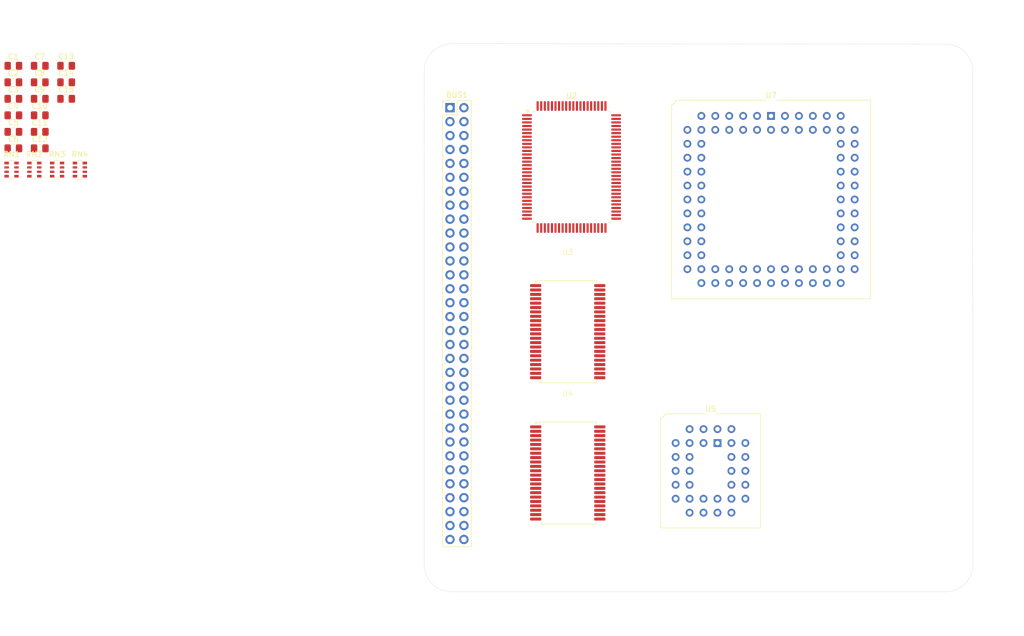
<source format=kicad_pcb>
(kicad_pcb (version 20240108) (generator "pcbnew") (generator_version "8.0")
  (layers (0 "F.Cu" signal) (1 "In1.Cu" power "In1.Cu (GND)") (2 "In2.Cu" power "In2.Cu (+5v)") (31 "B.Cu" signal) (34 "B.Paste" user) (35 "F.Paste" user) (36 "B.SilkS" user "B.Silkscreen") (37 "F.SilkS" user "F.Silkscreen") (38 "B.Mask" user) (39 "F.Mask" user) (44 "Edge.Cuts" user))
  (net 0 "")
  (net 1 "A11")
  (net 2 "A4")
  (net 3 "A10")
  (net 4 "A9")
  (net 5 "A6")
  (net 6 "A0")
  (net 7 "A7")
  (net 8 "A15")
  (net 9 "A5")
  (net 10 "A16")
  (net 11 "A14")
  (net 12 "A13")
  (net 13 "A8")
  (net 14 "A12")
  (net 15 "A18")
  (net 16 "A17")
  (net 17 "A2")
  (net 18 "GND")
  (net 19 "A1")
  (net 20 "A3")
  (net 21 "UD3")
  (net 22 "UD2")
  (net 23 "UD1")
  (net 24 "UD0")
  (net 25 "UD7")
  (net 26 "UD5")
  (net 27 "UD4")
  (net 28 "UD6")
  (net 29 "UD9")
  (net 30 "UD10")
  (net 31 "UD11")
  (net 32 "UD8")
  (net 33 "UD15")
  (net 34 "A20")
  (net 35 "D1")
  (net 36 "A19")
  (net 37 "BR")
  (net 38 "DTACK")
  (net 39 "WR")
  (net 40 "UDS")
  (net 41 "D11")
  (net 42 "BG")
  (net 43 "D14")
  (net 44 "D2")
  (net 45 "LDS")
  (net 46 "D13")
  (net 49 "FC0")
  (net 51 "D12")
  (net 52 "E")
  (net 53 "ROM_RW")
  (net 54 "D10")
  (net 55 "D8")
  (net 56 "A22")
  (net 57 "ODDROMSEL")
  (net 58 "D6")
  (net 59 "D4")
  (net 60 "D9")
  (net 61 "D3")
  (net 62 "RW")
  (net 64 "D7")
  (net 65 "D15")
  (net 66 "A21")
  (net 67 "A23")
  (net 68 "IOSEL")
  (net 69 "D0")
  (net 70 "D5")
  (net 71 "IPL0")
  (net 72 "+5V")
  (net 74 "AVEC")
  (net 77 "TMS")
  (net 78 "TDI")
  (net 79 "IPL2")
  (net 80 "TDO")
  (net 81 "BGACK")
  (net 82 "TCK")
  (net 83 "AS")
  (net 84 "FC2")
  (net 85 "FC1")
  (net 86 "RESET")
  (net 87 "EXPSEL")
  (net 88 "BERR")
  (net 89 "VMA")
  (net 90 "CPUCLK")
  (net 91 "IPL1")
  (net 92 "VPA")
  (net 93 "MFPIEO")
  (net 94 "RMC")
  (net 95 "D31")
  (net 96 "CDIS")
  (net 97 "D17")
  (net 98 "D19")
  (net 99 "D24")
  (net 100 "D22")
  (net 101 "D21")
  (net 102 "D29")
  (net 103 "D30")
  (net 104 "D23")
  (net 105 "HALT")
  (net 106 "D28")
  (net 107 "D20")
  (net 108 "DSACK1")
  (net 109 "D26")
  (net 110 "D16")
  (net 111 "D27")
  (net 112 "SIZ0")
  (net 113 "D18")
  (net 114 "SIZ1")
  (net 115 "D25")
  (net 116 "DS")
  (net 117 "DSACK0")
  (net 118 "LMS")
  (net 119 "LLS")
  (net 120 "RAM0SEL")
  (net 122 "UUS")
  (net 123 "UMS")
  (net 125 "RAM1SEL")
  (net 127 "ROMSEL")
  (net 130 "DUIACK")
  (net 133 "FPUEN")
  (net 135 "CPUSP")
  (net 136 "LGEXP")
  (net 138 "HWRST")
  (net 140 "RUNLED")
  (net 141 "DUASEL")
  (footprint "Resistor_SMD:R_Array_Convex_4x0603" (layer "F.Cu") (at 24.81 72.93)
    (property "Reference" "RN1" (at 0 -2.8 0) (layer "F.SilkS"))
    (property "Value" "10K")
    (pad "1" smd rect (at -0.9 -1.2) (size 0.8 0.5) (layers "F.Cu" "F.Paste" "F.Mask") (net 18 "GND"))
    (pad "2" smd rect (at -0.9 -0.4) (size 0.8 0.4) (layers "F.Cu" "F.Paste" "F.Mask") (net 18 "GND"))
    (pad "3" smd rect (at -0.9 0.4) (size 0.8 0.4) (layers "F.Cu" "F.Paste" "F.Mask") (net 18 "GND"))
    (pad "4" smd rect (at -0.9 1.2) (size 0.8 0.5) (layers "F.Cu" "F.Paste" "F.Mask") (net 18 "GND"))
    (pad "5" smd rect (at 0.9 1.2) (size 0.8 0.5) (layers "F.Cu" "F.Paste" "F.Mask") (net 24 "UD0"))
    (pad "6" smd rect (at 0.9 0.4) (size 0.8 0.4) (layers "F.Cu" "F.Paste" "F.Mask") (net 23 "UD1"))
    (pad "7" smd rect (at 0.9 -0.4) (size 0.8 0.4) (layers "F.Cu" "F.Paste" "F.Mask") (net 22 "UD2"))
    (pad "8" smd rect (at 0.9 -1.2) (size 0.8 0.5) (layers "F.Cu" "F.Paste" "F.Mask") (net 21 "UD3"))
  )
  (footprint "Capacitor_SMD:C_0805_2012Metric_Pad1.18x1.45mm_HandSolder" (layer "F.Cu") (at 34.76 54)
    (property "Reference" "C13" (at 0 -1.68 0) (layer "F.SilkS"))
    (property "Value" "100nF")
    (pad "1" smd roundrect (at -1.0375 0) (size 1.175 1.45) (layers "F.Cu" "F.Paste" "F.Mask") (roundrect_rratio 0.212766) (net 72 "+5V"))
    (pad "2" smd roundrect (at 1.0375 0) (size 1.175 1.45) (layers "F.Cu" "F.Paste" "F.Mask") (roundrect_rratio 0.212766) (net 18 "GND"))
  )
  (footprint "Capacitor_SMD:C_0805_2012Metric_Pad1.18x1.45mm_HandSolder" (layer "F.Cu") (at 29.95 54)
    (property "Reference" "C7" (at 0 -1.68 0) (layer "F.SilkS"))
    (property "Value" "100nF")
    (pad "1" smd roundrect (at -1.0375 0) (size 1.175 1.45) (layers "F.Cu" "F.Paste" "F.Mask") (roundrect_rratio 0.212766) (net 72 "+5V"))
    (pad "2" smd roundrect (at 1.0375 0) (size 1.175 1.45) (layers "F.Cu" "F.Paste" "F.Mask") (roundrect_rratio 0.212766) (net 18 "GND"))
  )
  (footprint "Capacitor_SMD:C_0805_2012Metric_Pad1.18x1.45mm_HandSolder" (layer "F.Cu") (at 25.14 60.02)
    (property "Reference" "C3" (at 0 -1.68 0) (layer "F.SilkS"))
    (property "Value" "100nF")
    (pad "1" smd roundrect (at -1.0375 0) (size 1.175 1.45) (layers "F.Cu" "F.Paste" "F.Mask") (roundrect_rratio 0.212766) (net 72 "+5V"))
    (pad "2" smd roundrect (at 1.0375 0) (size 1.175 1.45) (layers "F.Cu" "F.Paste" "F.Mask") (roundrect_rratio 0.212766) (net 18 "GND"))
  )
  (footprint "Resistor_SMD:R_Array_Convex_4x0603" (layer "F.Cu") (at 37.26 72.93)
    (property "Reference" "RN4" (at 0 -2.8 0) (layer "F.SilkS"))
    (property "Value" "10K")
    (pad "1" smd rect (at -0.9 -1.2) (size 0.8 0.5) (layers "F.Cu" "F.Paste" "F.Mask") (net 18 "GND"))
    (pad "2" smd rect (at -0.9 -0.4) (size 0.8 0.4) (layers "F.Cu" "F.Paste" "F.Mask") (net 18 "GND"))
    (pad "3" smd rect (at -0.9 0.4) (size 0.8 0.4) (layers "F.Cu" "F.Paste" "F.Mask") (net 18 "GND"))
    (pad "4" smd rect (at -0.9 1.2) (size 0.8 0.5) (layers "F.Cu" "F.Paste" "F.Mask") (net 18 "GND"))
    (pad "5" smd rect (at 0.9 1.2) (size 0.8 0.5) (layers "F.Cu" "F.Paste" "F.Mask") (net 94 "RMC"))
    (pad "6" smd rect (at 0.9 0.4) (size 0.8 0.4) (layers "F.Cu" "F.Paste" "F.Mask") (net 74 "AVEC"))
    (pad "7" smd rect (at 0.9 -0.4) (size 0.8 0.4) (layers "F.Cu" "F.Paste" "F.Mask") (net 88 "BERR"))
    (pad "8" smd rect (at 0.9 -1.2) (size 0.8 0.5) (layers "F.Cu" "F.Paste" "F.Mask") (net 33 "UD15"))
  )
  (footprint "Package_QFP:PQFP-100_14x20mm_P0.65mm" (layer "F.Cu") (at 126.85 72.45)
    (property "Reference" "U2" (at 0 -12.95 0) (layer "F.SilkS"))
    (property "Value" "MC68EC020")
    (pad "1" smd roundrect (at -8.125 -9.425) (size 1.75 0.4) (layers "F.Cu" "F.Paste" "F.Mask") (net 37 "BR"))
    (pad "2" smd roundrect (at -8.125 -8.775) (size 1.75 0.4) (layers "F.Cu" "F.Paste" "F.Mask") (net 42 "BG"))
    (pad "3" smd roundrect (at -8.125 -8.125) (size 1.75 0.4) (layers "F.Cu" "F.Paste" "F.Mask") (net 18 "GND"))
    (pad "4" smd roundrect (at -8.125 -7.475) (size 1.75 0.4) (layers "F.Cu" "F.Paste" "F.Mask") (net 18 "GND"))
    (pad "5" smd roundrect (at -8.125 -6.825) (size 1.75 0.4) (layers "F.Cu" "F.Paste" "F.Mask") (net 90 "CPUCLK"))
    (pad "6" smd roundrect (at -8.125 -6.175) (size 1.75 0.4) (layers "F.Cu" "F.Paste" "F.Mask") (net 86 "RESET"))
    (pad "7" smd roundrect (at -8.125 -5.525) (size 1.75 0.4) (layers "F.Cu" "F.Paste" "F.Mask") (net 72 "+5V"))
    (pad "8" smd roundrect (at -8.125 -4.875) (size 1.75 0.4) (layers "F.Cu" "F.Paste" "F.Mask") (net 72 "+5V"))
    (pad "9" smd roundrect (at -8.125 -4.225) (size 1.75 0.4) (layers "F.Cu" "F.Paste" "F.Mask") (net 94 "RMC"))
    (pad "10" smd roundrect (at -8.125 -3.575) (size 1.75 0.4) (layers "F.Cu" "F.Paste" "F.Mask") (net 49 "FC0"))
    (pad "11" smd roundrect (at -8.125 -2.925) (size 1.75 0.4) (layers "F.Cu" "F.Paste" "F.Mask") (net 85 "FC1"))
    (pad "12" smd roundrect (at -8.125 -2.275) (size 1.75 0.4) (layers "F.Cu" "F.Paste" "F.Mask") (net 84 "FC2"))
    (pad "13" smd roundrect (at -8.125 -1.625) (size 1.75 0.4) (layers "F.Cu" "F.Paste" "F.Mask") (net 112 "SIZ0"))
    (pad "14" smd roundrect (at -8.125 -0.975) (size 1.75 0.4) (layers "F.Cu" "F.Paste" "F.Mask") (net 114 "SIZ1"))
    (pad "15" smd roundrect (at -8.125 -0.325) (size 1.75 0.4) (layers "F.Cu" "F.Paste" "F.Mask") (net 96 "CDIS"))
    (pad "16" smd roundrect (at -8.125 0.325) (size 1.75 0.4) (layers "F.Cu" "F.Paste" "F.Mask") (net 74 "AVEC"))
    (pad "17" smd roundrect (at -8.125 0.975) (size 1.75 0.4) (layers "F.Cu" "F.Paste" "F.Mask") (net 117 "DSACK0"))
    (pad "18" smd roundrect (at -8.125 1.625) (size 1.75 0.4) (layers "F.Cu" "F.Paste" "F.Mask") (net 108 "DSACK1"))
    (pad "19" smd roundrect (at -8.125 2.275) (size 1.75 0.4) (layers "F.Cu" "F.Paste" "F.Mask") (net 88 "BERR"))
    (pad "20" smd roundrect (at -8.125 2.925) (size 1.75 0.4) (layers "F.Cu" "F.Paste" "F.Mask") (net 18 "GND"))
    (pad "21" smd roundrect (at -8.125 3.575) (size 1.75 0.4) (layers "F.Cu" "F.Paste" "F.Mask") (net 18 "GND"))
    (pad "22" smd roundrect (at -8.125 4.225) (size 1.75 0.4) (layers "F.Cu" "F.Paste" "F.Mask") (net 105 "HALT"))
    (pad "23" smd roundrect (at -8.125 4.875) (size 1.75 0.4) (layers "F.Cu" "F.Paste" "F.Mask") (net 83 "AS"))
    (pad "24" smd roundrect (at -8.125 5.525) (size 1.75 0.4) (layers "F.Cu" "F.Paste" "F.Mask") (net 116 "DS"))
    (pad "25" smd roundrect (at -8.125 6.175) (size 1.75 0.4) (layers "F.Cu" "F.Paste" "F.Mask") (net 62 "RW"))
    (pad "26" smd roundrect (at -8.125 6.825) (size 1.75 0.4) (layers "F.Cu" "F.Paste" "F.Mask") (net 18 "GND"))
    (pad "27" smd roundrect (at -8.125 7.475) (size 1.75 0.4) (layers "F.Cu" "F.Paste" "F.Mask") (net 95 "D31"))
    (pad "28" smd roundrect (at -8.125 8.125) (size 1.75 0.4) (layers "F.Cu" "F.Paste" "F.Mask") (net 103 "D30"))
    (pad "29" smd roundrect (at -8.125 8.775) (size 1.75 0.4) (layers "F.Cu" "F.Paste" "F.Mask") (net 102 "D29"))
    (pad "30" smd roundrect (at -8.125 9.425) (size 1.75 0.4) (layers "F.Cu" "F.Paste" "F.Mask") (net 106 "D28"))
    (pad "31" smd roundrect (at -6.175 11.125) (size 0.4 1.75) (layers "F.Cu" "F.Paste" "F.Mask") (net 111 "D27"))
    (pad "32" smd roundrect (at -5.525 11.125) (size 0.4 1.75) (layers "F.Cu" "F.Paste" "F.Mask") (net 109 "D26"))
    (pad "33" smd roundrect (at -4.875 11.125) (size 0.4 1.75) (layers "F.Cu" "F.Paste" "F.Mask") (net 115 "D25"))
    (pad "34" smd roundrect (at -4.225 11.125) (size 0.4 1.75) (layers "F.Cu" "F.Paste" "F.Mask") (net 99 "D24"))
    (pad "35" smd roundrect (at -3.575 11.125) (size 0.4 1.75) (layers "F.Cu" "F.Paste" "F.Mask") (net 104 "D23"))
    (pad "36" smd roundrect (at -2.925 11.125) (size 0.4 1.75) (layers "F.Cu" "F.Paste" "F.Mask") (net 100 "D22"))
    (pad "37" smd roundrect (at -2.275 11.125) (size 0.4 1.75) (layers "F.Cu" "F.Paste" "F.Mask") (net 101 "D21"))
    (pad "38" smd roundrect (at -1.625 11.125) (size 0.4 1.75) (layers "F.Cu" "F.Paste" "F.Mask") (net 107 "D20"))
    (pad "39" smd roundrect (at -0.975 11.125) (size 0.4 1.75) (layers "F.Cu" "F.Paste" "F.Mask") (net 98 "D19"))
    (pad "40" smd roundrect (at -0.325 11.125) (size 0.4 1.75) (layers "F.Cu" "F.Paste" "F.Mask") (net 113 "D18"))
    (pad "41" smd roundrect (at 0.325 11.125) (size 0.4 1.75) (layers "F.Cu" "F.Paste" "F.Mask") (net 97 "D17"))
    (pad "42" smd roundrect (at 0.975 11.125) (size 0.4 1.75) (layers "F.Cu" "F.Paste" "F.Mask") (net 110 "D16"))
    (pad "43" smd roundrect (at 1.625 11.125) (size 0.4 1.75) (layers "F.Cu" "F.Paste" "F.Mask") (net 18 "GND"))
    (pad "44" smd roundrect (at 2.275 11.125) (size 0.4 1.75) (layers "F.Cu" "F.Paste" "F.Mask") (net 72 "+5V"))
    (pad "45" smd roundrect (at 2.925 11.125) (size 0.4 1.75) (layers "F.Cu" "F.Paste" "F.Mask") (net 65 "D15"))
    (pad "46" smd roundrect (at 3.575 11.125) (size 0.4 1.75) (layers "F.Cu" "F.Paste" "F.Mask") (net 43 "D14"))
    (pad "47" smd roundrect (at 4.225 11.125) (size 0.4 1.75) (layers "F.Cu" "F.Paste" "F.Mask") (net 46 "D13"))
    (pad "48" smd roundrect (at 4.875 11.125) (size 0.4 1.75) (layers "F.Cu" "F.Paste" "F.Mask") (net 51 "D12"))
    (pad "49" smd roundrect (at 5.525 11.125) (size 0.4 1.75) (layers "F.Cu" "F.Paste" "F.Mask") (net 41 "D11"))
    (pad "50" smd roundrect (at 6.175 11.125) (size 0.4 1.75) (layers "F.Cu" "F.Paste" "F.Mask") (net 54 "D10"))
    (pad "51" smd roundrect (at 8.125 9.425) (size 1.75 0.4) (layers "F.Cu" "F.Paste" "F.Mask") (net 60 "D9"))
    (pad "52" smd roundrect (at 8.125 8.775) (size 1.75 0.4) (layers "F.Cu" "F.Paste" "F.Mask"))
    (pad "53" smd roundrect (at 8.125 8.125) (size 1.75 0.4) (layers "F.Cu" "F.Paste" "F.Mask") (net 55 "D8"))
    (pad "54" smd roundrect (at 8.125 7.475) (size 1.75 0.4) (layers "F.Cu" "F.Paste" "F.Mask") (net 64 "D7"))
    (pad "55" smd roundrect (at 8.125 6.825) (size 1.75 0.4) (layers "F.Cu" "F.Paste" "F.Mask") (net 58 "D6"))
    (pad "56" smd roundrect (at 8.125 6.175) (size 1.75 0.4) (layers "F.Cu" "F.Paste" "F.Mask") (net 70 "D5"))
    (pad "57" smd roundrect (at 8.125 5.525) (size 1.75 0.4) (layers "F.Cu" "F.Paste" "F.Mask") (net 72 "+5V"))
    (pad "58" smd roundrect (at 8.125 4.875) (size 1.75 0.4) (layers "F.Cu" "F.Paste" "F.Mask") (net 18 "GND"))
    (pad "59" smd roundrect (at 8.125 4.225) (size 1.75 0.4) (layers "F.Cu" "F.Paste" "F.Mask") (net 18 "GND"))
    (pad "60" smd roundrect (at 8.125 3.575) (size 1.75 0.4) (layers "F.Cu" "F.Paste" "F.Mask") (net 59 "D4"))
    (pad "61" smd roundrect (at 8.125 2.925) (size 1.75 0.4) (layers "F.Cu" "F.Paste" "F.Mask") (net 61 "D3"))
    (pad "62" smd roundrect (at 8.125 2.275) (size 1.75 0.4) (layers "F.Cu" "F.Paste" "F.Mask") (net 44 "D2"))
    (pad "63" smd roundrect (at 8.125 1.625) (size 1.75 0.4) (layers "F.Cu" "F.Paste" "F.Mask") (net 35 "D1"))
    (pad "64" smd roundrect (at 8.125 0.975) (size 1.75 0.4) (layers "F.Cu" "F.Paste" "F.Mask") (net 69 "D0"))
    (pad "65" smd roundrect (at 8.125 0.325) (size 1.75 0.4) (layers "F.Cu" "F.Paste" "F.Mask") (net 71 "IPL0"))
    (pad "66" smd roundrect (at 8.125 -0.325) (size 1.75 0.4) (layers "F.Cu" "F.Paste" "F.Mask") (net 91 "IPL1"))
    (pad "67" smd roundrect (at 8.125 -0.975) (size 1.75 0.4) (layers "F.Cu" "F.Paste" "F.Mask") (net 79 "IPL2"))
    (pad "68" smd roundrect (at 8.125 -1.625) (size 1.75 0.4) (layers "F.Cu" "F.Paste" "F.Mask") (net 18 "GND"))
    (pad "69" smd roundrect (at 8.125 -2.275) (size 1.75 0.4) (layers "F.Cu" "F.Paste" "F.Mask") (net 18 "GND"))
    (pad "70" smd roundrect (at 8.125 -2.925) (size 1.75 0.4) (layers "F.Cu" "F.Paste" "F.Mask") (net 72 "+5V"))
    (pad "71" smd roundrect (at 8.125 -3.575) (size 1.75 0.4) (layers "F.Cu" "F.Paste" "F.Mask") (net 72 "+5V"))
    (pad "72" smd roundrect (at 8.125 -4.225) (size 1.75 0.4) (layers "F.Cu" "F.Paste" "F.Mask") (net 18 "GND"))
    (pad "73" smd roundrect (at 8.125 -4.875) (size 1.75 0.4) (layers "F.Cu" "F.Paste" "F.Mask") (net 17 "A2"))
    (pad "74" smd roundrect (at 8.125 -5.525) (size 1.75 0.4) (layers "F.Cu" "F.Paste" "F.Mask") (net 20 "A3"))
    (pad "75" smd roundrect (at 8.125 -6.175) (size 1.75 0.4) (layers "F.Cu" "F.Paste" "F.Mask") (net 2 "A4"))
    (pad "76" smd roundrect (at 8.125 -6.825) (size 1.75 0.4) (layers "F.Cu" "F.Paste" "F.Mask") (net 9 "A5"))
    (pad "77" smd roundrect (at 8.125 -7.475) (size 1.75 0.4) (layers "F.Cu" "F.Paste" "F.Mask") (net 5 "A6"))
    (pad "78" smd roundrect (at 8.125 -8.125) (size 1.75 0.4) (layers "F.Cu" "F.Paste" "F.Mask") (net 7 "A7"))
    (pad "79" smd roundrect (at 8.125 -8.775) (size 1.75 0.4) (layers "F.Cu" "F.Paste" "F.Mask"))
    (pad "80" smd roundrect (at 8.125 -9.425) (size 1.75 0.4) (layers "F.Cu" "F.Paste" "F.Mask") (net 13 "A8"))
    (pad "81" smd roundrect (at 6.175 -11.125) (size 0.4 1.75) (layers "F.Cu" "F.Paste" "F.Mask") (net 4 "A9"))
    (pad "82" smd roundrect (at 5.525 -11.125) (size 0.4 1.75) (layers "F.Cu" "F.Paste" "F.Mask") (net 3 "A10"))
    (pad "83" smd roundrect (at 4.875 -11.125) (size 0.4 1.75) (layers "F.Cu" "F.Paste" "F.Mask") (net 1 "A11"))
    (pad "84" smd roundrect (at 4.225 -11.125) (size 0.4 1.75) (layers "F.Cu" "F.Paste" "F.Mask") (net 14 "A12"))
    (pad "85" smd roundrect (at 3.575 -11.125) (size 0.4 1.75) (layers "F.Cu" "F.Paste" "F.Mask") (net 12 "A13"))
    (pad "86" smd roundrect (at 2.925 -11.125) (size 0.4 1.75) (layers "F.Cu" "F.Paste" "F.Mask") (net 11 "A14"))
    (pad "87" smd roundrect (at 2.275 -11.125) (size 0.4 1.75) (layers "F.Cu" "F.Paste" "F.Mask") (net 8 "A15"))
    (pad "88" smd roundrect (at 1.625 -11.125) (size 0.4 1.75) (layers "F.Cu" "F.Paste" "F.Mask") (net 10 "A16"))
    (pad "89" smd roundrect (at 0.975 -11.125) (size 0.4 1.75) (layers "F.Cu" "F.Paste" "F.Mask") (net 18 "GND"))
    (pad "90" smd roundrect (at 0.325 -11.125) (size 0.4 1.75) (layers "F.Cu" "F.Paste" "F.Mask") (net 72 "+5V"))
    (pad "91" smd roundrect (at -0.325 -11.125) (size 0.4 1.75) (layers "F.Cu" "F.Paste" "F.Mask") (net 16 "A17"))
    (pad "92" smd roundrect (at -0.975 -11.125) (size 0.4 1.75) (layers "F.Cu" "F.Paste" "F.Mask") (net 15 "A18"))
    (pad "93" smd roundrect (at -1.625 -11.125) (size 0.4 1.75) (layers "F.Cu" "F.Paste" "F.Mask") (net 36 "A19"))
    (pad "94" smd roundrect (at -2.275 -11.125) (size 0.4 1.75) (layers "F.Cu" "F.Paste" "F.Mask") (net 34 "A20"))
    (pad "95" smd roundrect (at -2.925 -11.125) (size 0.4 1.75) (layers "F.Cu" "F.Paste" "F.Mask") (net 66 "A21"))
    (pad "96" smd roundrect (at -3.575 -11.125) (size 0.4 1.75) (layers "F.Cu" "F.Paste" "F.Mask") (net 56 "A22"))
    (pad "97" smd roundrect (at -4.225 -11.125) (size 0.4 1.75) (layers "F.Cu" "F.Paste" "F.Mask") (net 67 "A23"))
    (pad "98" smd roundrect (at -4.875 -11.125) (size 0.4 1.75) (layers "F.Cu" "F.Paste" "F.Mask") (net 19 "A1"))
    (pad "99" smd roundrect (at -5.525 -11.125) (size 0.4 1.75) (layers "F.Cu" "F.Paste" "F.Mask") (net 6 "A0"))
    (pad "100" smd roundrect (at -6.175 -11.125) (size 0.4 1.75) (layers "F.Cu" "F.Paste" "F.Mask") (net 18 "GND"))
  )
  (footprint "Capacitor_SMD:C_0805_2012Metric_Pad1.18x1.45mm_HandSolder" (layer "F.Cu") (at 25.14 66.04)
    (property "Reference" "C5" (at 0 -1.68 0) (layer "F.SilkS"))
    (property "Value" "100nF")
    (pad "1" smd roundrect (at -1.0375 0) (size 1.175 1.45) (layers "F.Cu" "F.Paste" "F.Mask") (roundrect_rratio 0.212766) (net 72 "+5V"))
    (pad "2" smd roundrect (at 1.0375 0) (size 1.175 1.45) (layers "F.Cu" "F.Paste" "F.Mask") (roundrect_rratio 0.212766) (net 18 "GND"))
  )
  (footprint "Resistor_SMD:R_Array_Convex_4x0603" (layer "F.Cu") (at 28.96 72.93)
    (property "Reference" "RN2" (at 0 -2.8 0) (layer "F.SilkS"))
    (property "Value" "10K")
    (pad "1" smd rect (at -0.9 -1.2) (size 0.8 0.5) (layers "F.Cu" "F.Paste" "F.Mask") (net 18 "GND"))
    (pad "2" smd rect (at -0.9 -0.4) (size 0.8 0.4) (layers "F.Cu" "F.Paste" "F.Mask") (net 18 "GND"))
    (pad "3" smd rect (at -0.9 0.4) (size 0.8 0.4) (layers "F.Cu" "F.Paste" "F.Mask") (net 18 "GND"))
    (pad "4" smd rect (at -0.9 1.2) (size 0.8 0.5) (layers "F.Cu" "F.Paste" "F.Mask") (net 18 "GND"))
    (pad "5" smd rect (at 0.9 1.2) (size 0.8 0.5) (layers "F.Cu" "F.Paste" "F.Mask") (net 27 "UD4"))
    (pad "6" smd rect (at 0.9 0.4) (size 0.8 0.4) (layers "F.Cu" "F.Paste" "F.Mask") (net 26 "UD5"))
    (pad "7" smd rect (at 0.9 -0.4) (size 0.8 0.4) (layers "F.Cu" "F.Paste" "F.Mask") (net 28 "UD6"))
    (pad "8" smd rect (at 0.9 -1.2) (size 0.8 0.5) (layers "F.Cu" "F.Paste" "F.Mask") (net 25 "UD7"))
  )
  (footprint "Capacitor_SMD:C_0805_2012Metric_Pad1.18x1.45mm_HandSolder" (layer "F.Cu") (at 25.14 69.05)
    (property "Reference" "C6" (at 0 -1.68 0) (layer "F.SilkS"))
    (property "Value" "100nF")
    (pad "1" smd roundrect (at -1.0375 0) (size 1.175 1.45) (layers "F.Cu" "F.Paste" "F.Mask") (roundrect_rratio 0.212766) (net 72 "+5V"))
    (pad "2" smd roundrect (at 1.0375 0) (size 1.175 1.45) (layers "F.Cu" "F.Paste" "F.Mask") (roundrect_rratio 0.212766) (net 18 "GND"))
  )
  (footprint "Capacitor_SMD:C_0805_2012Metric_Pad1.18x1.45mm_HandSolder" (layer "F.Cu") (at 29.95 66.04)
    (property "Reference" "C11" (at 0 -1.68 0) (layer "F.SilkS"))
    (property "Value" "100nF")
    (pad "1" smd roundrect (at -1.0375 0) (size 1.175 1.45) (layers "F.Cu" "F.Paste" "F.Mask") (roundrect_rratio 0.212766) (net 72 "+5V"))
    (pad "2" smd roundrect (at 1.0375 0) (size 1.175 1.45) (layers "F.Cu" "F.Paste" "F.Mask") (roundrect_rratio 0.212766) (net 18 "GND"))
  )
  (footprint "Capacitor_SMD:C_0805_2012Metric_Pad1.18x1.45mm_HandSolder" (layer "F.Cu") (at 29.95 69.05)
    (property "Reference" "C12" (at 0 -1.68 0) (layer "F.SilkS"))
    (property "Value" "100nF")
    (pad "1" smd roundrect (at -1.0375 0) (size 1.175 1.45) (layers "F.Cu" "F.Paste" "F.Mask") (roundrect_rratio 0.212766) (net 72 "+5V"))
    (pad "2" smd roundrect (at 1.0375 0) (size 1.175 1.45) (layers "F.Cu" "F.Paste" "F.Mask") (roundrect_rratio 0.212766) (net 18 "GND"))
  )
  (footprint "Capacitor_SMD:C_0805_2012Metric_Pad1.18x1.45mm_HandSolder" (layer "F.Cu") (at 34.76 60.02)
    (property "Reference" "C15" (at 0 -1.68 0) (layer "F.SilkS"))
    (property "Value" "100nF")
    (pad "1" smd roundrect (at -1.0375 0) (size 1.175 1.45) (layers "F.Cu" "F.Paste" "F.Mask") (roundrect_rratio 0.212766) (net 72 "+5V"))
    (pad "2" smd roundrect (at 1.0375 0) (size 1.175 1.45) (layers "F.Cu" "F.Paste" "F.Mask") (roundrect_rratio 0.212766) (net 18 "GND"))
  )
  (footprint "Resistor_SMD:R_Array_Convex_4x0603" (layer "F.Cu") (at 33.11 72.93)
    (property "Reference" "RN3" (at 0 -2.8 0) (layer "F.SilkS"))
    (property "Value" "10K")
    (pad "1" smd rect (at -0.9 -1.2) (size 0.8 0.5) (layers "F.Cu" "F.Paste" "F.Mask") (net 18 "GND"))
    (pad "2" smd rect (at -0.9 -0.4) (size 0.8 0.4) (layers "F.Cu" "F.Paste" "F.Mask") (net 18 "GND"))
    (pad "3" smd rect (at -0.9 0.4) (size 0.8 0.4) (layers "F.Cu" "F.Paste" "F.Mask") (net 18 "GND"))
    (pad "4" smd rect (at -0.9 1.2) (size 0.8 0.5) (layers "F.Cu" "F.Paste" "F.Mask") (net 18 "GND"))
    (pad "5" smd rect (at 0.9 1.2) (size 0.8 0.5) (layers "F.Cu" "F.Paste" "F.Mask") (net 32 "UD8"))
    (pad "6" smd rect (at 0.9 0.4) (size 0.8 0.4) (layers "F.Cu" "F.Paste" "F.Mask") (net 29 "UD9"))
    (pad "7" smd rect (at 0.9 -0.4) (size 0.8 0.4) (layers "F.Cu" "F.Paste" "F.Mask") (net 30 "UD10"))
    (pad "8" smd rect (at 0.9 -1.2) (size 0.8 0.5) (layers "F.Cu" "F.Paste" "F.Mask") (net 31 "UD11"))
  )
  (footprint "Package_LCC:PLCC-32_THT-Socket" (layer "F.Cu") (at 153.44 122.79)
    (property "Reference" "U5" (at -1.27 -6.22 0) (layer "F.SilkS"))
    (property "Value" "AM29F010B")
    (pad "1" thru_hole rect (at 0 0) (size 1.4224 1.4224) (drill 0.8) (layers "*.Cu" "*.Mask"))
    (pad "2" thru_hole circle (at -2.54 -2.54) (size 1.4224 1.4224) (drill 0.8) (layers "*.Cu" "*.Mask") (net 16 "A17"))
    (pad "3" thru_hole circle (at -2.54 0) (size 1.4224 1.4224) (drill 0.8) (layers "*.Cu" "*.Mask") (net 10 "A16"))
    (pad "4" thru_hole circle (at -5.08 -2.54) (size 1.4224 1.4224) (drill 0.8) (layers "*.Cu" "*.Mask") (net 12 "A13"))
    (pad "5" thru_hole circle (at -7.62 0) (size 1.4224 1.4224) (drill 0.8) (layers "*.Cu" "*.Mask") (net 13 "A8"))
    (pad "6" thru_hole circle (at -5.08 0) (size 1.4224 1.4224) (drill 0.8) (layers "*.Cu" "*.Mask") (net 7 "A7"))
    (pad "7" thru_hole circle (at -7.62 2.54) (size 1.4224 1.4224) (drill 0.8) (layers "*.Cu" "*.Mask") (net 5 "A6"))
    (pad "8" thru_hole circle (at -5.08 2.54) (size 1.4224 1.4224) (drill 0.8) (layers "*.Cu" "*.Mask") (net 9 "A5"))
    (pad "9" thru_hole circle (at -7.62 5.08) (size 1.4224 1.4224) (drill 0.8) (layers "*.Cu" "*.Mask") (net 2 "A4"))
    (pad "10" thru_hole circle (at -5.08 5.08) (size 1.4224 1.4224) (drill 0.8) (layers "*.Cu" "*.Mask") (net 20 "A3"))
    (pad "11" thru_hole circle (at -7.62 7.62) (size 1.4224 1.4224) (drill 0.8) (layers "*.Cu" "*.Mask") (net 17 "A2"))
    (pad "12" thru_hole circle (at -5.08 7.62) (size 1.4224 1.4224) (drill 0.8) (layers "*.Cu" "*.Mask") (net 19 "A1"))
    (pad "13" thru_hole circle (at -7.62 10.16) (size 1.4224 1.4224) (drill 0.8) (layers "*.Cu" "*.Mask") (net 99 "D24"))
    (pad "14" thru_hole circle (at -5.08 12.7) (size 1.4224 1.4224) (drill 0.8) (layers "*.Cu" "*.Mask") (net 115 "D25"))
    (pad "15" thru_hole circle (at -5.08 10.16) (size 1.4224 1.4224) (drill 0.8) (layers "*.Cu" "*.Mask") (net 109 "D26"))
    (pad "16" thru_hole circle (at -2.54 12.7) (size 1.4224 1.4224) (drill 0.8) (layers "*.Cu" "*.Mask") (net 18 "GND"))
    (pad "17" thru_hole circle (at -2.54 10.16) (size 1.4224 1.4224) (drill 0.8) (layers "*.Cu" "*.Mask") (net 111 "D27"))
    (pad "18" thru_hole circle (at 0 12.7) (size 1.4224 1.4224) (drill 0.8) (layers "*.Cu" "*.Mask") (net 106 "D28"))
    (pad "19" thru_hole circle (at 0 10.16) (size 1.4224 1.4224) (drill 0.8) (layers "*.Cu" "*.Mask") (net 102 "D29"))
    (pad "20" thru_hole circle (at 2.54 12.7) (size 1.4224 1.4224) (drill 0.8) (layers "*.Cu" "*.Mask") (net 103 "D30"))
    (pad "21" thru_hole circle (at 5.08 10.16) (size 1.4224 1.4224) (drill 0.8) (layers "*.Cu" "*.Mask") (net 95 "D31"))
    (pad "22" thru_hole circle (at 2.54 10.16) (size 1.4224 1.4224) (drill 0.8) (layers "*.Cu" "*.Mask") (net 57 "ODDROMSEL"))
    (pad "23" thru_hole circle (at 5.08 7.62) (size 1.4224 1.4224) (drill 0.8) (layers "*.Cu" "*.Mask") (net 1 "A11"))
    (pad "24" thru_hole circle (at 2.54 7.62) (size 1.4224 1.4224) (drill 0.8) (layers "*.Cu" "*.Mask") (net 39 "WR"))
    (pad "25" thru_hole circle (at 5.08 5.08) (size 1.4224 1.4224) (drill 0.8) (layers "*.Cu" "*.Mask") (net 14 "A12"))
    (pad "26" thru_hole circle (at 2.54 5.08) (size 1.4224 1.4224) (drill 0.8) (layers "*.Cu" "*.Mask") (net 3 "A10"))
    (pad "27" thru_hole circle (at 5.08 2.54) (size 1.4224 1.4224) (drill 0.8) (layers "*.Cu" "*.Mask") (net 4 "A9"))
    (pad "28" thru_hole circle (at 2.54 2.54) (size 1.4224 1.4224) (drill 0.8) (layers "*.Cu" "*.Mask") (net 11 "A14"))
    (pad "29" thru_hole circle (at 5.08 0) (size 1.4224 1.4224) (drill 0.8) (layers "*.Cu" "*.Mask") (net 8 "A15"))
    (pad "30" thru_hole circle (at 2.54 -2.54) (size 1.4224 1.4224) (drill 0.8) (layers "*.Cu" "*.Mask"))
    (pad "31" thru_hole circle (at 2.54 0) (size 1.4224 1.4224) (drill 0.8) (layers "*.Cu" "*.Mask") (net 53 "ROM_RW"))
    (pad "32" thru_hole circle (at 0 -2.54) (size 1.4224 1.4224) (drill 0.8) (layers "*.Cu" "*.Mask") (net 72 "+5V"))
  )
  (footprint "Capacitor_SMD:C_0805_2012Metric_Pad1.18x1.45mm_HandSolder" (layer "F.Cu") (at 25.14 57.01)
    (property "Reference" "C2" (at 0 -1.68 0) (layer "F.SilkS"))
    (property "Value" "100nF")
    (pad "1" smd roundrect (at -1.0375 0) (size 1.175 1.45) (layers "F.Cu" "F.Paste" "F.Mask") (roundrect_rratio 0.212766) (net 72 "+5V"))
    (pad "2" smd roundrect (at 1.0375 0) (size 1.175 1.45) (layers "F.Cu" "F.Paste" "F.Mask") (roundrect_rratio 0.212766) (net 18 "GND"))
  )
  (footprint "Simple-68020:TSOP-II-LongPad" (layer "F.Cu") (at 126.1585 114.25)
    (property "Reference" "U4" (at 0 -0.5 0) (layer "F.SilkS") (effects (font (thickness 0.1))))
    (property "Value" "IS61C25616AS")
    (pad "1" smd roundrect (at -5.8415 5.6) (size 2.033 0.55) (layers "F.Cu" "F.Paste" "F.Mask") (net 16 "A17"))
    (pad "2" smd roundrect (at -5.8415 6.4) (size 2.033 0.55) (layers "F.Cu" "F.Paste" "F.Mask") (net 10 "A16"))
    (pad "3" smd roundrect (at -5.8415 7.2) (size 2.033 0.55) (layers "F.Cu" "F.Paste" "F.Mask") (net 8 "A15"))
    (pad "4" smd roundrect (at -5.8415 8) (size 2.033 0.55) (layers "F.Cu" "F.Paste" "F.Mask") (net 11 "A14"))
    (pad "5" smd roundrect (at -5.8415 8.8) (size 2.033 0.55) (layers "F.Cu" "F.Paste" "F.Mask") (net 12 "A13"))
    (pad "6" smd roundrect (at -5.8415 9.6) (size 2.033 0.55) (layers "F.Cu" "F.Paste" "F.Mask") (net 125 "RAM1SEL"))
    (pad "7" smd roundrect (at -5.8415 10.4) (size 2.033 0.55) (layers "F.Cu" "F.Paste" "F.Mask") (net 110 "D16"))
    (pad "8" smd roundrect (at -5.8415 11.2) (size 2.033 0.55) (layers "F.Cu" "F.Paste" "F.Mask") (net 97 "D17"))
    (pad "9" smd roundrect (at -5.8415 12) (size 2.033 0.55) (layers "F.Cu" "F.Paste" "F.Mask") (net 113 "D18"))
    (pad "10" smd roundrect (at -5.8415 12.8) (size 2.033 0.55) (layers "F.Cu" "F.Paste" "F.Mask") (net 98 "D19"))
    (pad "11" smd roundrect (at -5.8415 13.6) (size 2.033 0.55) (layers "F.Cu" "F.Paste" "F.Mask") (net 72 "+5V"))
    (pad "12" smd roundrect (at -5.8415 14.4) (size 2.033 0.55) (layers "F.Cu" "F.Paste" "F.Mask") (net 18 "GND"))
    (pad "13" smd roundrect (at -5.8415 15.2) (size 2.033 0.55) (layers "F.Cu" "F.Paste" "F.Mask") (net 107 "D20"))
    (pad "14" smd roundrect (at -5.8415 16) (size 2.033 0.55) (layers "F.Cu" "F.Paste" "F.Mask") (net 101 "D21"))
    (pad "15" smd roundrect (at -5.8415 16.8) (size 2.033 0.55) (layers "F.Cu" "F.Paste" "F.Mask") (net 100 "D22"))
    (pad "16" smd roundrect (at -5.8415 17.6) (size 2.033 0.55) (layers "F.Cu" "F.Paste" "F.Mask") (net 104 "D23"))
    (pad "17" smd roundrect (at -5.8415 18.4) (size 2.033 0.55) (layers "F.Cu" "F.Paste" "F.Mask"))
    (pad "18" smd roundrect (at -5.8415 19.2) (size 2.033 0.55) (layers "F.Cu" "F.Paste" "F.Mask") (net 14 "A12"))
    (pad "19" smd roundrect (at -5.8415 20) (size 2.033 0.55) (layers "F.Cu" "F.Paste" "F.Mask") (net 1 "A11"))
    (pad "20" smd roundrect (at -5.8415 20.8) (size 2.033 0.55) (layers "F.Cu" "F.Paste" "F.Mask") (net 3 "A10"))
    (pad "21" smd roundrect (at -5.8415 21.6) (size 2.033 0.55) (layers "F.Cu" "F.Paste" "F.Mask") (net 4 "A9"))
    (pad "22" smd roundrect (at -5.8415 22.4) (size 2.033 0.55) (layers "F.Cu" "F.Paste" "F.Mask") (net 15 "A18"))
    (pad "23" smd roundrect (at 5.8415 22.4) (size 2.033 0.55) (layers "F.Cu" "F.Paste" "F.Mask") (net 36 "A19"))
    (pad "24" smd roundrect (at 5.8415 21.6) (size 2.033 0.55) (layers "F.Cu" "F.Paste" "F.Mask") (net 13 "A8"))
    (pad "25" smd roundrect (at 5.8415 20.8) (size 2.033 0.55) (layers "F.Cu" "F.Paste" "F.Mask") (net 7 "A7"))
    (pad "26" smd roundrect (at 5.8415 20) (size 2.033 0.55) (layers "F.Cu" "F.Paste" "F.Mask") (net 5 "A6"))
    (pad "27" smd roundrect (at 5.8415 19.2) (size 2.033 0.55) (layers "F.Cu" "F.Paste" "F.Mask") (net 9 "A5"))
    (pad "28" smd roundrect (at 5.8415 18.4) (size 2.033 0.55) (layers "F.Cu" "F.Paste" "F.Mask"))
    (pad "29" smd roundrect (at 5.8415 17.6) (size 2.033 0.55) (layers "F.Cu" "F.Paste" "F.Mask") (net 99 "D24"))
    (pad "30" smd roundrect (at 5.8415 16.8) (size 2.033 0.55) (layers "F.Cu" "F.Paste" "F.Mask") (net 115 "D25"))
    (pad "31" smd roundrect (at 5.8415 16) (size 2.033 0.55) (layers "F.Cu" "F.Paste" "F.Mask") (net 109 "D26"))
    (pad "32" smd roundrect (at 5.8415 15.2) (size 2.033 0.55) (layers "F.Cu" "F.Paste" "F.Mask") (net 111 "D27"))
    (pad "33" smd roundrect (at 5.8415 14.4) (size 2.033 0.55) (layers "F.Cu" "F.Paste" "F.Mask") (net 72 "+5V"))
    (pad "34" smd roundrect (at 5.8415 13.6) (size 2.033 0.55) (layers "F.Cu" "F.Paste" "F.Mask") (net 18 "GND"))
    (pad "35" smd roundrect (at 5.8415 12.8) (size 2.033 0.55) (layers "F.Cu" "F.Paste" "F.Mask") (net 106 "D28"))
    (pad "36" smd roundrect (at 5.8415 12) (size 2.033 0.55) (layers "F.Cu" "F.Paste" "F.Mask") (net 102 "D29"))
    (pad "37" smd roundrect (at 5.8415 11.2) (size 2.033 0.55) (layers "F.Cu" "F.Paste" "F.Mask") (net 103 "D30"))
    (pad "38" smd roundrect (at 5.8415 10.4) (size 2.033 0.55) (layers "F.Cu" "F.Paste" "F.Mask") (net 95 "D31"))
    (pad "39" smd roundrect (at 5.8415 9.6) (size 2.033 0.55) (layers "F.Cu" "F.Paste" "F.Mask") (net 123 "UMS"))
    (pad "40" smd roundrect (at 5.8415 8.8) (size 2.033 0.55) (layers "F.Cu" "F.Paste" "F.Mask") (net 122 "UUS"))
    (pad "41" smd roundrect (at 5.8415 8) (size 2.033 0.55) (layers "F.Cu" "F.Paste" "F.Mask"))
    (pad "42" smd roundrect (at 5.8415 7.2) (size 2.033 0.55) (layers "F.Cu" "F.Paste" "F.Mask") (net 2 "A4"))
    (pad "43" smd roundrect (at 5.8415 6.4) (size 2.033 0.55) (layers "F.Cu" "F.Paste" "F.Mask") (net 20 "A3"))
    (pad "44" smd roundrect (at 5.8415 5.6) (size 2.033 0.55) (layers "F.Cu" "F.Paste" "F.Mask") (net 17 "A2"))
  )
  (footprint "Capacitor_SMD:C_0805_2012Metric_Pad1.18x1.45mm_HandSolder" (layer "F.Cu") (at 29.95 63.03)
    (property "Reference" "C10" (at 0 -1.68 0) (layer "F.SilkS"))
    (property "Value" "100nF")
    (pad "1" smd roundrect (at -1.0375 0) (size 1.175 1.45) (layers "F.Cu" "F.Paste" "F.Mask") (roundrect_rratio 0.212766) (net 72 "+5V"))
    (pad "2" smd roundrect (at 1.0375 0) (size 1.175 1.45) (layers "F.Cu" "F.Paste" "F.Mask") (roundrect_rratio 0.212766) (net 18 "GND"))
  )
  (footprint "Capacitor_SMD:C_0805_2012Metric_Pad1.18x1.45mm_HandSolder" (layer "F.Cu") (at 29.95 57.01)
    (property "Reference" "C8" (at 0 -1.68 0) (layer "F.SilkS"))
    (property "Value" "100nF")
    (pad "1" smd roundrect (at -1.0375 0) (size 1.175 1.45) (layers "F.Cu" "F.Paste" "F.Mask") (roundrect_rratio 0.212766) (net 72 "+5V"))
    (pad "2" smd roundrect (at 1.0375 0) (size 1.175 1.45) (layers "F.Cu" "F.Paste" "F.Mask") (roundrect_rratio 0.212766) (net 18 "GND"))
  )
  (footprint "Capacitor_SMD:C_0805_2012Metric_Pad1.18x1.45mm_HandSolder" (layer "F.Cu") (at 29.95 60.02)
    (property "Reference" "C9" (at 0 -1.68 0) (layer "F.SilkS"))
    (property "Value" "100nF")
    (pad "1" smd roundrect (at -1.0375 0) (size 1.175 1.45) (layers "F.Cu" "F.Paste" "F.Mask") (roundrect_rratio 0.212766) (net 72 "+5V"))
    (pad "2" smd roundrect (at 1.0375 0) (size 1.175 1.45) (layers "F.Cu" "F.Paste" "F.Mask") (roundrect_rratio 0.212766) (net 18 "GND"))
  )
  (footprint "Capacitor_SMD:C_0805_2012Metric_Pad1.18x1.45mm_HandSolder" (layer "F.Cu") (at 34.76 57.01)
    (property "Reference" "C14" (at 0 -1.68 0) (layer "F.SilkS"))
    (property "Value" "100nF")
    (pad "1" smd roundrect (at -1.0375 0) (size 1.175 1.45) (layers "F.Cu" "F.Paste" "F.Mask") (roundrect_rratio 0.212766) (net 72 "+5V"))
    (pad "2" smd roundrect (at 1.0375 0) (size 1.175 1.45) (layers "F.Cu" "F.Paste" "F.Mask") (roundrect_rratio 0.212766) (net 18 "GND"))
  )
  (footprint "Package_LCC:PLCC-84_THT-Socket" (layer "F.Cu") (at 163.2 63.14)
    (property "Reference" "U7" (at 0 -3.77 0) (layer "F.SilkS"))
    (property "Value" "ATF1508AS")
    (pad "1" thru_hole rect (at 0 0) (size 1.4224 1.4224) (drill 0.8) (layers "*.Cu" "*.Mask"))
    (pad "2" thru_hole circle (at 0 2.54) (size 1.4224 1.4224) (drill 0.8) (layers "*.Cu" "*.Mask"))
    (pad "3" thru_hole circle (at -2.54 0) (size 1.4224 1.4224) (drill 0.8) (layers "*.Cu" "*.Mask") (net 72 "+5V"))
    (pad "4" thru_hole circle (at -2.54 2.54) (size 1.4224 1.4224) (drill 0.8) (layers "*.Cu" "*.Mask") (net 67 "A23"))
    (pad "5" thru_hole circle (at -5.08 0) (size 1.4224 1.4224) (drill 0.8) (layers "*.Cu" "*.Mask") (net 56 "A22"))
    (pad "6" thru_hole circle (at -5.08 2.54) (size 1.4224 1.4224) (drill 0.8) (layers "*.Cu" "*.Mask") (net 66 "A21"))
    (pad "7" thru_hole circle (at -7.62 0) (size 1.4224 1.4224) (drill 0.8) (layers "*.Cu" "*.Mask") (net 18 "GND"))
    (pad "8" thru_hole circle (at -7.62 2.54) (size 1.4224 1.4224) (drill 0.8) (layers "*.Cu" "*.Mask") (net 34 "A20"))
    (pad "9" thru_hole circle (at -10.16 0) (size 1.4224 1.4224) (drill 0.8) (layers "*.Cu" "*.Mask") (net 36 "A19"))
    (pad "10" thru_hole circle (at -10.16 2.54) (size 1.4224 1.4224) (drill 0.8) (layers "*.Cu" "*.Mask") (net 15 "A18"))
    (pad "11" thru_hole circle (at -12.7 0) (size 1.4224 1.4224) (drill 0.8) (layers "*.Cu" "*.Mask") (net 16 "A17"))
    (pad "12" thru_hole circle (at -15.24 2.54) (size 1.4224 1.4224) (drill 0.8) (layers "*.Cu" "*.Mask"))
    (pad "13" thru_hole circle (at -12.7 2.54) (size 1.4224 1.4224) (drill 0.8) (layers "*.Cu" "*.Mask") (net 72 "+5V"))
    (pad "14" thru_hole circle (at -15.24 5.08) (size 1.4224 1.4224) (drill 0.8) (layers "*.Cu" "*.Mask") (net 78 "TDI"))
    (pad "15" thru_hole circle (at -12.7 5.08) (size 1.4224 1.4224) (drill 0.8) (layers "*.Cu" "*.Mask") (net 10 "A16"))
    (pad "16" thru_hole circle (at -15.24 7.62) (size 1.4224 1.4224) (drill 0.8) (layers "*.Cu" "*.Mask") (net 8 "A15"))
    (pad "17" thru_hole circle (at -12.7 7.62) (size 1.4224 1.4224) (drill 0.8) (layers "*.Cu" "*.Mask") (net 11 "A14"))
    (pad "18" thru_hole circle (at -15.24 10.16) (size 1.4224 1.4224) (drill 0.8) (layers "*.Cu" "*.Mask") (net 12 "A13"))
    (pad "19" thru_hole circle (at -12.7 10.16) (size 1.4224 1.4224) (drill 0.8) (layers "*.Cu" "*.Mask") (net 18 "GND"))
    (pad "20" thru_hole circle (at -15.24 12.7) (size 1.4224 1.4224) (drill 0.8) (layers "*.Cu" "*.Mask") (net 14 "A12"))
    (pad "21" thru_hole circle (at -12.7 12.7) (size 1.4224 1.4224) (drill 0.8) (layers "*.Cu" "*.Mask") (net 1 "A11"))
    (pad "22" thru_hole circle (at -15.24 15.24) (size 1.4224 1.4224) (drill 0.8) (layers "*.Cu" "*.Mask") (net 3 "A10"))
    (pad "23" thru_hole circle (at -12.7 15.24) (size 1.4224 1.4224) (drill 0.8) (layers "*.Cu" "*.Mask") (net 77 "TMS"))
    (pad "24" thru_hole circle (at -15.24 17.78) (size 1.4224 1.4224) (drill 0.8) (layers "*.Cu" "*.Mask") (net 4 "A9"))
    (pad "25" thru_hole circle (at -12.7 17.78) (size 1.4224 1.4224) (drill 0.8) (layers "*.Cu" "*.Mask") (net 13 "A8"))
    (pad "26" thru_hole circle (at -15.24 20.32) (size 1.4224 1.4224) (drill 0.8) (layers "*.Cu" "*.Mask") (net 72 "+5V"))
    (pad "27" thru_hole circle (at -12.7 20.32) (size 1.4224 1.4224) (drill 0.8) (layers "*.Cu" "*.Mask") (net 7 "A7"))
    (pad "28" thru_hole circle (at -15.24 22.86) (size 1.4224 1.4224) (drill 0.8) (layers "*.Cu" "*.Mask") (net 5 "A6"))
    (pad "29" thru_hole circle (at -12.7 22.86) (size 1.4224 1.4224) (drill 0.8) (layers "*.Cu" "*.Mask") (net 9 "A5"))
    (pad "30" thru_hole circle (at -15.24 25.4) (size 1.4224 1.4224) (drill 0.8) (layers "*.Cu" "*.Mask") (net 2 "A4"))
    (pad "31" thru_hole circle (at -12.7 25.4) (size 1.4224 1.4224) (drill 0.8) (layers "*.Cu" "*.Mask") (net 20 "A3"))
    (pad "32" thru_hole circle (at -15.24 27.94) (size 1.4224 1.4224) (drill 0.8) (layers "*.Cu" "*.Mask") (net 18 "GND"))
    (pad "33" thru_hole circle (at -12.7 30.48) (size 1.4224 1.4224) (drill 0.8) (layers "*.Cu" "*.Mask") (net 17 "A2"))
    (pad "34" thru_hole circle (at -12.7 27.94) (size 1.4224 1.4224) (drill 0.8) (layers "*.Cu" "*.Mask") (net 19 "A1"))
    (pad "35" thru_hole circle (at -10.16 30.48) (size 1.4224 1.4224) (drill 0.8) (layers "*.Cu" "*.Mask") (net 6 "A0"))
    (pad "36" thru_hole circle (at -10.16 27.94) (size 1.4224 1.4224) (drill 0.8) (layers "*.Cu" "*.Mask") (net 49 "FC0"))
    (pad "37" thru_hole circle (at -7.62 30.48) (size 1.4224 1.4224) (drill 0.8) (layers "*.Cu" "*.Mask") (net 85 "FC1"))
    (pad "38" thru_hole circle (at -7.62 27.94) (size 1.4224 1.4224) (drill 0.8) (layers "*.Cu" "*.Mask") (net 72 "+5V"))
    (pad "39" thru_hole circle (at -5.08 30.48) (size 1.4224 1.4224) (drill 0.8) (layers "*.Cu" "*.Mask") (net 84 "FC2"))
    (pad "40" thru_hole circle (at -5.08 27.94) (size 1.4224 1.4224) (drill 0.8) (layers "*.Cu" "*.Mask") (net 112 "SIZ0"))
    (pad "41" thru_hole circle (at -2.54 30.48) (size 1.4224 1.4224) (drill 0.8) (layers "*.Cu" "*.Mask") (net 114 "SIZ1"))
    (pad "42" thru_hole circle (at -2.54 27.94) (size 1.4224 1.4224) (drill 0.8) (layers "*.Cu" "*.Mask") (net 18 "GND"))
    (pad "43" thru_hole circle (at 0 30.48) (size 1.4224 1.4224) (drill 0.8) (layers "*.Cu" "*.Mask") (net 72 "+5V"))
    (pad "44" thru_hole circle (at 0 27.94) (size 1.4224 1.4224) (drill 0.8) (layers "*.Cu" "*.Mask") (net 62 "RW"))
    (pad "45" thru_hole circle (at 2.54 30.48) (size 1.4224 1.4224) (drill 0.8) (layers "*.Cu" "*.Mask"))
    (pad "46" thru_hole circle (at 2.54 27.94) (size 1.4224 1.4224) (drill 0.8) (layers "*.Cu" "*.Mask") (net 39 "WR"))
    (pad "47" thru_hole circle (at 5.08 30.48) (size 1.4224 1.4224) (drill 0.8) (layers "*.Cu" "*.Mask") (net 18 "GND"))
    (pad "48" thru_hole circle (at 5.08 27.94) (size 1.4224 1.4224) (drill 0.8) (layers "*.Cu" "*.Mask") (net 122 "UUS"))
    (pad "49" thru_hole circle (at 7.62 30.48) (size 1.4224 1.4224) (drill 0.8) (layers "*.Cu" "*.Mask") (net 123 "UMS"))
    (pad "50" thru_hole circle (at 7.62 27.94) (size 1.4224 1.4224) (drill 0.8) (layers "*.Cu" "*.Mask") (net 118 "LMS"))
    (pad "51" thru_hole circle (at 10.16 30.48) (size 1.4224 1.4224) (drill 0.8) (layers "*.Cu" "*.Mask") (net 119 "LLS"))
    (pad "52" thru_hole circle (at 10.16 27.94) (size 1.4224 1.4224) (drill 0.8) (layers "*.Cu" "*.Mask") (net 120 "RAM0SEL"))
    (pad "53" thru_hole circle (at 12.7 30.48) (size 1.4224 1.4224) (drill 0.8) (layers "*.Cu" "*.Mask") (net 72 "+5V"))
    (pad "54" thru_hole circle (at 15.24 27.94) (size 1.4224 1.4224) (drill 0.8) (layers "*.Cu" "*.Mask") (net 125 "RAM1SEL"))
    (pad "55" thru_hole circle (at 12.7 27.94) (size 1.4224 1.4224) (drill 0.8) (layers "*.Cu" "*.Mask") (net 127 "ROMSEL"))
    (pad "56" thru_hole circle (at 15.24 25.4) (size 1.4224 1.4224) (drill 0.8) (layers "*.Cu" "*.Mask") (net 83 "AS"))
    (pad "57" thru_hole circle (at 12.7 25.4) (size 1.4224 1.4224) (drill 0.8) (layers "*.Cu" "*.Mask") (net 116 "DS"))
    (pad "58" thru_hole circle (at 15.24 22.86) (size 1.4224 1.4224) (drill 0.8) (layers "*.Cu" "*.Mask") (net 117 "DSACK0"))
    (pad "59" thru_hole circle (at 12.7 22.86) (size 1.4224 1.4224) (drill 0.8) (layers "*.Cu" "*.Mask") (net 18 "GND"))
    (pad "60" thru_hole circle (at 15.24 20.32) (size 1.4224 1.4224) (drill 0.8) (layers "*.Cu" "*.Mask") (net 108 "DSACK1"))
    (pad "61" thru_hole circle (at 12.7 20.32) (size 1.4224 1.4224) (drill 0.8) (layers "*.Cu" "*.Mask") (net 38 "DTACK"))
    (pad "62" thru_hole circle (at 15.24 17.78) (size 1.4224 1.4224) (drill 0.8) (layers "*.Cu" "*.Mask") (net 82 "TCK"))
    (pad "63" thru_hole circle (at 12.7 17.78) (size 1.4224 1.4224) (drill 0.8) (layers "*.Cu" "*.Mask") (net 68 "IOSEL"))
    (pad "64" thru_hole circle (at 15.24 15.24) (size 1.4224 1.4224) (drill 0.8) (layers "*.Cu" "*.Mask") (net 87 "EXPSEL"))
    (pad "65" thru_hole circle (at 12.7 15.24) (size 1.4224 1.4224) (drill 0.8) (layers "*.Cu" "*.Mask") (net 141 "DUASEL"))
    (pad "66" thru_hole circle (at 15.24 12.7) (size 1.4224 1.4224) (drill 0.8) (layers "*.Cu" "*.Mask") (net 72 "+5V"))
    (pad "67" thru_hole circle (at 12.7 12.7) (size 1.4224 1.4224) (drill 0.8) (layers "*.Cu" "*.Mask") (net 130 "DUIACK"))
    (pad "68" thru_hole circle (at 15.24 10.16) (size 1.4224 1.4224) (drill 0.8) (layers "*.Cu" "*.Mask") (net 135 "CPUSP"))
    (pad "69" thru_hole circle (at 12.7 10.16) (size 1.4224 1.4224) (drill 0.8) (layers "*.Cu" "*.Mask") (net 88 "BERR"))
    (pad "70" thru_hole circle (at 15.24 7.62) (size 1.4224 1.4224) (drill 0.8) (layers "*.Cu" "*.Mask") (net 138 "HWRST"))
    (pad "71" thru_hole circle (at 12.7 7.62) (size 1.4224 1.4224) (drill 0.8) (layers "*.Cu" "*.Mask") (net 80 "TDO"))
    (pad "72" thru_hole circle (at 15.24 5.08) (size 1.4224 1.4224) (drill 0.8) (layers "*.Cu" "*.Mask") (net 18 "GND"))
    (pad "73" thru_hole circle (at 12.7 5.08) (size 1.4224 1.4224) (drill 0.8) (layers "*.Cu" "*.Mask") (net 105 "HALT"))
    (pad "74" thru_hole circle (at 15.24 2.54) (size 1.4224 1.4224) (drill 0.8) (layers "*.Cu" "*.Mask") (net 86 "RESET"))
    (pad "75" thru_hole circle (at 12.7 0) (size 1.4224 1.4224) (drill 0.8) (layers "*.Cu" "*.Mask") (net 140 "RUNLED"))
    (pad "76" thru_hole circle (at 12.7 2.54) (size 1.4224 1.4224) (drill 0.8) (layers "*.Cu" "*.Mask") (net 136 "LGEXP"))
    (pad "77" thru_hole circle (at 10.16 0) (size 1.4224 1.4224) (drill 0.8) (layers "*.Cu" "*.Mask") (net 52 "E"))
    (pad "78" thru_hole circle (at 10.16 2.54) (size 1.4224 1.4224) (drill 0.8) (layers "*.Cu" "*.Mask") (net 72 "+5V"))
    (pad "79" thru_hole circle (at 7.62 0) (size 1.4224 1.4224) (drill 0.8) (layers "*.Cu" "*.Mask") (net 133 "FPUEN"))
    (pad "80" thru_hole circle (at 7.62 2.54) (size 1.4224 1.4224) (drill 0.8) (layers "*.Cu" "*.Mask"))
    (pad "81" thru_hole circle (at 5.08 0) (size 1.4224 1.4224) (drill 0.8) (layers "*.Cu" "*.Mask"))
    (pad "82" thru_hole circle (at 5.08 2.54) (size 1.4224 1.4224) (drill 0.8) (layers "*.Cu" "*.Mask") (net 18 "GND"))
    (pad "83" thru_hole circle (at 2.54 0) (size 1.4224 1.4224) (drill 0.8) (layers "*.Cu" "*.Mask") (net 90 "CPUCLK"))
    (pad "84" thru_hole circle (at 2.54 2.54) (size 1.4224 1.4224) (drill 0.8) (layers "*.Cu" "*.Mask"))
  )
  (footprint "Capacitor_SMD:C_0805_2012Metric_Pad1.18x1.45mm_HandSolder" (layer "F.Cu") (at 25.14 54)
    (property "Reference" "C1" (at 0 -1.68 0) (layer "F.SilkS"))
    (property "Value" "100nF")
    (pad "1" smd roundrect (at -1.0375 0) (size 1.175 1.45) (layers "F.Cu" "F.Paste" "F.Mask") (roundrect_rratio 0.212766) (net 72 "+5V"))
    (pad "2" smd roundrect (at 1.0375 0) (size 1.175 1.45) (layers "F.Cu" "F.Paste" "F.Mask") (roundrect_rratio 0.212766) (net 18 "GND"))
  )
  (footprint "Connector_PinHeader_2.54mm:PinHeader_2x32_P2.54mm_Vertical" (layer "F.Cu") (at 104.7 61.64)
    (property "Reference" "BUS1" (at 1.27 -2.33 0) (layer "F.SilkS"))
    (property "Value" "Conn_02x32_Odd_Even")
    (pad "1" thru_hole rect (at 0 0) (size 1.7 1.7) (drill 1) (layers "*.Cu" "*.Mask") (net 19 "A1"))
    (pad "2" thru_hole oval (at 2.54 0) (size 1.7 1.7) (drill 1) (layers "*.Cu" "*.Mask") (net 72 "+5V"))
    (pad "3" thru_hole oval (at 0 2.54) (size 1.7 1.7) (drill 1) (layers "*.Cu" "*.Mask") (net 17 "A2"))
    (pad "4" thru_hole oval (at 2.54 2.54) (size 1.7 1.7) (drill 1) (layers "*.Cu" "*.Mask") (net 90 "CPUCLK"))
    (pad "5" thru_hole oval (at 0 5.08) (size 1.7 1.7) (drill 1) (layers "*.Cu" "*.Mask") (net 20 "A3"))
    (pad "6" thru_hole oval (at 2.54 5.08) (size 1.7 1.7) (drill 1) (layers "*.Cu" "*.Mask") (net 18 "GND"))
    (pad "7" thru_hole oval (at 0 7.62) (size 1.7 1.7) (drill 1) (layers "*.Cu" "*.Mask") (net 2 "A4"))
    (pad "8" thru_hole oval (at 2.54 7.62) (size 1.7 1.7) (drill 1) (layers "*.Cu" "*.Mask") (net 92 "VPA"))
    (pad "9" thru_hole oval (at 0 10.16) (size 1.7 1.7) (drill 1) (layers "*.Cu" "*.Mask") (net 9 "A5"))
    (pad "10" thru_hole oval (at 2.54 10.16) (size 1.7 1.7) (drill 1) (layers "*.Cu" "*.Mask") (net 52 "E"))
    (pad "11" thru_hole oval (at 0 12.7) (size 1.7 1.7) (drill 1) (layers "*.Cu" "*.Mask") (net 5 "A6"))
    (pad "12" thru_hole oval (at 2.54 12.7) (size 1.7 1.7) (drill 1) (layers "*.Cu" "*.Mask") (net 89 "VMA"))
    (pad "13" thru_hole oval (at 0 15.24) (size 1.7 1.7) (drill 1) (layers "*.Cu" "*.Mask") (net 7 "A7"))
    (pad "14" thru_hole oval (at 2.54 15.24) (size 1.7 1.7) (drill 1) (layers "*.Cu" "*.Mask") (net 93 "MFPIEO"))
    (pad "15" thru_hole oval (at 0 17.78) (size 1.7 1.7) (drill 1) (layers "*.Cu" "*.Mask") (net 13 "A8"))
    (pad "16" thru_hole oval (at 2.54 17.78) (size 1.7 1.7) (drill 1) (layers "*.Cu" "*.Mask") (net 68 "IOSEL"))
    (pad "17" thru_hole oval (at 0 20.32) (size 1.7 1.7) (drill 1) (layers "*.Cu" "*.Mask") (net 4 "A9"))
    (pad "18" thru_hole oval (at 2.54 20.32) (size 1.7 1.7) (drill 1) (layers "*.Cu" "*.Mask") (net 87 "EXPSEL"))
    (pad "19" thru_hole oval (at 0 22.86) (size 1.7 1.7) (drill 1) (layers "*.Cu" "*.Mask") (net 3 "A10"))
    (pad "20" thru_hole oval (at 2.54 22.86) (size 1.7 1.7) (drill 1) (layers "*.Cu" "*.Mask") (net 49 "FC0"))
    (pad "21" thru_hole oval (at 0 25.4) (size 1.7 1.7) (drill 1) (layers "*.Cu" "*.Mask") (net 1 "A11"))
    (pad "22" thru_hole oval (at 2.54 25.4) (size 1.7 1.7) (drill 1) (layers "*.Cu" "*.Mask") (net 85 "FC1"))
    (pad "23" thru_hole oval (at 0 27.94) (size 1.7 1.7) (drill 1) (layers "*.Cu" "*.Mask") (net 14 "A12"))
    (pad "24" thru_hole oval (at 2.54 27.94) (size 1.7 1.7) (drill 1) (layers "*.Cu" "*.Mask") (net 84 "FC2"))
    (pad "25" thru_hole oval (at 0 30.48) (size 1.7 1.7) (drill 1) (layers "*.Cu" "*.Mask") (net 12 "A13"))
    (pad "26" thru_hole oval (at 2.54 30.48) (size 1.7 1.7) (drill 1) (layers "*.Cu" "*.Mask") (net 71 "IPL0"))
    (pad "27" thru_hole oval (at 0 33.02) (size 1.7 1.7) (drill 1) (layers "*.Cu" "*.Mask") (net 11 "A14"))
    (pad "28" thru_hole oval (at 2.54 33.02) (size 1.7 1.7) (drill 1) (layers "*.Cu" "*.Mask") (net 91 "IPL1"))
    (pad "29" thru_hole oval (at 0 35.56) (size 1.7 1.7) (drill 1) (layers "*.Cu" "*.Mask") (net 8 "A15"))
    (pad "30" thru_hole oval (at 2.54 35.56) (size 1.7 1.7) (drill 1) (layers "*.Cu" "*.Mask") (net 79 "IPL2"))
    (pad "31" thru_hole oval (at 0 38.1) (size 1.7 1.7) (drill 1) (layers "*.Cu" "*.Mask") (net 10 "A16"))
    (pad "32" thru_hole oval (at 2.54 38.1) (size 1.7 1.7) (drill 1) (layers "*.Cu" "*.Mask") (net 45 "LDS"))
    (pad "33" thru_hole oval (at 0 40.64) (size 1.7 1.7) (drill 1) (layers "*.Cu" "*.Mask") (net 16 "A17"))
    (pad "34" thru_hole oval (at 2.54 40.64) (size 1.7 1.7) (drill 1) (layers "*.Cu" "*.Mask") (net 40 "UDS"))
    (pad "35" thru_hole oval (at 0 43.18) (size 1.7 1.7) (drill 1) (layers "*.Cu" "*.Mask") (net 15 "A18"))
    (pad "36" thru_hole oval (at 2.54 43.18) (size 1.7 1.7) (drill 1) (layers "*.Cu" "*.Mask") (net 86 "RESET"))
    (pad "37" thru_hole oval (at 0 45.72) (size 1.7 1.7) (drill 1) (layers "*.Cu" "*.Mask") (net 36 "A19"))
    (pad "38" thru_hole oval (at 2.54 45.72) (size 1.7 1.7) (drill 1) (layers "*.Cu" "*.Mask") (net 65 "D15"))
    (pad "39" thru_hole oval (at 0 48.26) (size 1.7 1.7) (drill 1) (layers "*.Cu" "*.Mask") (net 34 "A20"))
    (pad "40" thru_hole oval (at 2.54 48.26) (size 1.7 1.7) (drill 1) (layers "*.Cu" "*.Mask") (net 43 "D14"))
    (pad "41" thru_hole oval (at 0 50.8) (size 1.7 1.7) (drill 1) (layers "*.Cu" "*.Mask") (net 66 "A21"))
    (pad "42" thru_hole oval (at 2.54 50.8) (size 1.7 1.7) (drill 1) (layers "*.Cu" "*.Mask") (net 46 "D13"))
    (pad "43" thru_hole oval (at 0 53.34) (size 1.7 1.7) (drill 1) (layers "*.Cu" "*.Mask") (net 56 "A22"))
    (pad "44" thru_hole oval (at 2.54 53.34) (size 1.7 1.7) (drill 1) (layers "*.Cu" "*.Mask") (net 51 "D12"))
    (pad "45" thru_hole oval (at 0 55.88) (size 1.7 1.7) (drill 1) (layers "*.Cu" "*.Mask") (net 67 "A23"))
    (pad "46" thru_hole oval (at 2.54 55.88) (size 1.7 1.7) (drill 1) (layers "*.Cu" "*.Mask") (net 41 "D11"))
    (pad "47" thru_hole oval (at 0 58.42) (size 1.7 1.7) (drill 1) (layers "*.Cu" "*.Mask") (net 83 "AS"))
    (pad "48" thru_hole oval (at 2.54 58.42) (size 1.7 1.7) (drill 1) (layers "*.Cu" "*.Mask") (net 54 "D10"))
    (pad "49" thru_hole oval (at 0 60.96) (size 1.7 1.7) (drill 1) (layers "*.Cu" "*.Mask") (net 88 "BERR"))
    (pad "50" thru_hole oval (at 2.54 60.96) (size 1.7 1.7) (drill 1) (layers "*.Cu" "*.Mask") (net 60 "D9"))
    (pad "51" thru_hole oval (at 0 63.5) (size 1.7 1.7) (drill 1) (layers "*.Cu" "*.Mask") (net 42 "BG"))
    (pad "52" thru_hole oval (at 2.54 63.5) (size 1.7 1.7) (drill 1) (layers "*.Cu" "*.Mask") (net 55 "D8"))
    (pad "53" thru_hole oval (at 0 66.04) (size 1.7 1.7) (drill 1) (layers "*.Cu" "*.Mask") (net 81 "BGACK"))
    (pad "54" thru_hole oval (at 2.54 66.04) (size 1.7 1.7) (drill 1) (layers "*.Cu" "*.Mask") (net 64 "D7"))
    (pad "55" thru_hole oval (at 0 68.58) (size 1.7 1.7) (drill 1) (layers "*.Cu" "*.Mask") (net 37 "BR"))
    (pad "56" thru_hole oval (at 2.54 68.58) (size 1.7 1.7) (drill 1) (layers "*.Cu" "*.Mask") (net 58 "D6"))
    (pad "57" thru_hole oval (at 0 71.12) (size 1.7 1.7) (drill 1) (layers "*.Cu" "*.Mask") (net 38 "DTACK"))
    (pad "58" thru_hole oval (at 2.54 71.12) (size 1.7 1.7) (drill 1) (layers "*.Cu" "*.Mask") (net 70 "D5"))
    (pad "59" thru_hole oval (at 0 73.66) (size 1.7 1.7) (drill 1) (layers "*.Cu" "*.Mask") (net 62 "RW"))
    (pad "60" thru_hole oval (at 2.54 73.66) (size 1.7 1.7) (drill 1) (layers "*.Cu" "*.Mask") (net 59 "D4"))
    (pad "61" thru_hole oval (at 0 76.2) (size 1.7 1.7) (drill 1) (layers "*.Cu" "*.Mask") (net 69 "D0"))
    (pad "62" thru_hole oval (at 2.54 76.2) (size 1.7 1.7) (drill 1) (layers "*.Cu" "*.Mask") (net 61 "D3"))
    (pad "63" thru_hole oval (at 0 78.74) (size 1.7 1.7) (drill 1) (layers "*.Cu" "*.Mask") (net 35 "D1"))
    (pad "64" thru_hole oval (at 2.54 78.74) (size 1.7 1.7) (drill 1) (layers "*.Cu" "*.Mask") (net 44 "D2"))
  )
  (footprint "Capacitor_SMD:C_0805_2012Metric_Pad1.18x1.45mm_HandSolder" (layer "F.Cu") (at 25.14 63.03)
    (property "Reference" "C4" (at 0 -1.68 0) (layer "F.SilkS"))
    (property "Value" "100nF")
    (pad "1" smd roundrect (at -1.0375 0) (size 1.175 1.45) (layers "F.Cu" "F.Paste" "F.Mask") (roundrect_rratio 0.212766) (net 72 "+5V"))
    (pad "2" smd roundrect (at 1.0375 0) (size 1.175 1.45) (layers "F.Cu" "F.Paste" "F.Mask") (roundrect_rratio 0.212766) (net 18 "GND"))
  )
  (footprint "Simple-68020:TSOP-II-LongPad" (layer "F.Cu") (at 126.15 88.4825)
    (property "Reference" "U3" (at 0 -0.5 0) (layer "F.SilkS") (effects (font (thickness 0.1))))
    (property "Value" "IS61C25616AS")
    (pad "1" smd roundrect (at -5.8415 5.6) (size 2.033 0.55) (layers "F.Cu" "F.Paste" "F.Mask") (net 16 "A17"))
    (pad "2" smd roundrect (at -5.8415 6.4) (size 2.033 0.55) (layers "F.Cu" "F.Paste" "F.Mask") (net 10 "A16"))
    (pad "3" smd roundrect (at -5.8415 7.2) (size 2.033 0.55) (layers "F.Cu" "F.Paste" "F.Mask") (net 8 "A15"))
    (pad "4" smd roundrect (at -5.8415 8) (size 2.033 0.55) (layers "F.Cu" "F.Paste" "F.Mask") (net 11 "A14"))
    (pad "5" smd roundrect (at -5.8415 8.8) (size 2.033 0.55) (layers "F.Cu" "F.Paste" "F.Mask") (net 12 "A13"))
    (pad "6" smd roundrect (at -5.8415 9.6) (size 2.033 0.55) (layers "F.Cu" "F.Paste" "F.Mask") (net 120 "RAM0SEL"))
    (pad "7" smd roundrect (at -5.8415 10.4) (size 2.033 0.55) (layers "F.Cu" "F.Paste" "F.Mask") (net 69 "D0"))
    (pad "8" smd roundrect (at -5.8415 11.2) (size 2.033 0.55) (layers "F.Cu" "F.Paste" "F.Mask") (net 35 "D1"))
    (pad "9" smd roundrect (at -5.8415 12) (size 2.033 0.55) (layers "F.Cu" "F.Paste" "F.Mask") (net 44 "D2"))
    (pad "10" smd roundrect (at -5.8415 12.8) (size 2.033 0.55) (layers "F.Cu" "F.Paste" "F.Mask") (net 61 "D3"))
    (pad "11" smd roundrect (at -5.8415 13.6) (size 2.033 0.55) (layers "F.Cu" "F.Paste" "F.Mask") (net 72 "+5V"))
    (pad "12" smd roundrect (at -5.8415 14.4) (size 2.033 0.55) (layers "F.Cu" "F.Paste" "F.Mask") (net 18 "GND"))
    (pad "13" smd roundrect (at -5.8415 15.2) (size 2.033 0.55) (layers "F.Cu" "F.Paste" "F.Mask") (net 59 "D4"))
    (pad "14" smd roundrect (at -5.8415 16) (size 2.033 0.55) (layers "F.Cu" "F.Paste" "F.Mask") (net 70 "D5"))
    (pad "15" smd roundrect (at -5.8415 16.8) (size 2.033 0.55) (layers "F.Cu" "F.Paste" "F.Mask") (net 58 "D6"))
    (pad "16" smd roundrect (at -5.8415 17.6) (size 2.033 0.55) (layers "F.Cu" "F.Paste" "F.Mask") (net 64 "D7"))
    (pad "17" smd roundrect (at -5.8415 18.4) (size 2.033 0.55) (layers "F.Cu" "F.Paste" "F.Mask"))
    (pad "18" smd roundrect (at -5.8415 19.2) (size 2.033 0.55) (layers "F.Cu" "F.Paste" "F.Mask") (net 14 "A12"))
    (pad "19" smd roundrect (at -5.8415 20) (size 2.033 0.55) (layers "F.Cu" "F.Paste" "F.Mask") (net 1 "A11"))
    (pad "20" smd roundrect (at -5.8415 20.8) (size 2.033 0.55) (layers "F.Cu" "F.Paste" "F.Mask") (net 3 "A10"))
    (pad "21" smd roundrect (at -5.8415 21.6) (size 2.033 0.55) (layers "F.Cu" "F.Paste" "F.Mask") (net 4 "A9"))
    (pad "22" smd roundrect (at -5.8415 22.4) (size 2.033 0.55) (layers "F.Cu" "F.Paste" "F.Mask") (net 15 "A18"))
    (pad "23" smd roundrect (at 5.8415 22.4) (size 2.033 0.55) (layers "F.Cu" "F.Paste" "F.Mask") (net 36 "A19"))
    (pad "24" smd roundrect (at 5.8415 21.6) (size 2.033 0.55) (layers "F.Cu" "F.Paste" "F.Mask") (net 13 "A8"))
    (pad "25" smd roundrect (at 5.8415 20.8) (size 2.033 0.55) (layers "F.Cu" "F.Paste" "F.Mask") (net 7 "A7"))
    (pad "26" smd roundrect (at 5.8415 20) (size 2.033 0.55) (layers "F.Cu" "F.Paste" "F.Mask") (net 5 "A6"))
    (pad "27" smd roundrect (at 5.8415 19.2) (size 2.033 0.55) (layers "F.Cu" "F.Paste" "F.Mask") (net 9 "A5"))
    (pad "28" smd roundrect (at 5.8415 18.4) (size 2.033 0.55) (layers "F.Cu" "F.Paste" "F.Mask"))
    (pad "29" smd roundrect (at 5.8415 17.6) (size 2.033 0.55) (layers "F.Cu" "F.Paste" "F.Mask") (net 55 "D8"))
    (pad "30" smd roundrect (at 5.8415 16.8) (size 2.033 0.55) (layers "F.Cu" "F.Paste" "F.Mask") (net 60 "D9"))
    (pad "31" smd roundrect (at 5.8415 16) (size 2.033 0.55) (layers "F.Cu" "F.Paste" "F.Mask") (net 54 "D10"))
    (pad "32" smd roundrect (at 5.8415 15.2) (size 2.033 0.55) (layers "F.Cu" "F.Paste" "F.Mask") (net 41 "D11"))
    (pad "33" smd roundrect (at 5.8415 14.4) (size 2.033 0.55) (layers "F.Cu" "F.Paste" "F.Mask") (net 72 "+5V"))
    (pad "34" smd roundrect (at 5.8415 13.6) (size 2.033 0.55) (layers "F.Cu" "F.Paste" "F.Mask") (net 18 "GND"))
    (pad "35" smd roundrect (at 5.8415 12.8) (size 2.033 0.55) (layers "F.Cu" "F.Paste" "F.Mask") (net 51 "D12"))
    (pad "36" smd roundrect (at 5.8415 12) (size 2.033 0.55) (layers "F.Cu" "F.Paste" "F.Mask") (net 46 "D13"))
    (pad "37" smd roundrect (at 5.8415 11.2) (size 2.033 0.55) (layers "F.Cu" "F.Paste" "F.Mask") (net 43 "D14"))
    (pad "38" smd roundrect (at 5.8415 10.4) (size 2.033 0.55) (layers "F.Cu" "F.Paste" "F.Mask") (net 65 "D15"))
    (pad "39" smd roundrect (at 5.8415 9.6) (size 2.033 0.55) (layers "F.Cu" "F.Paste" "F.Mask") (net 119 "LLS"))
    (pad "40" smd roundrect (at 5.8415 8.8) (size 2.033 0.55) (layers "F.Cu" "F.Paste" "F.Mask") (net 118 "LMS"))
    (pad "41" smd roundrect (at 5.8415 8) (size 2.033 0.55) (layers "F.Cu" "F.Paste" "F.Mask"))
    (pad "42" smd roundrect (at 5.8415 7.2) (size 2.033 0.55) (layers "F.Cu" "F.Paste" "F.Mask") (net 2 "A4"))
    (pad "43" smd roundrect (at 5.8415 6.4) (size 2.033 0.55) (layers "F.Cu" "F.Paste" "F.Mask") (net 20 "A3"))
    (pad "44" smd roundrect (at 5.8415 5.6) (size 2.033 0.55) (layers "F.Cu" "F.Paste" "F.Mask") (net 17 "A2"))
  )
  (gr_line (start 100 144.9) (end 99.985534 54.985534) (stroke (width 0.05)) (layer "Edge.Cuts"))
  (gr_arc (start 99.985534 54.985534) (mid 101.45 51.45) (end 104.985534 49.985534) (stroke (width 0.05)) (layer "Edge.Cuts"))
  (gr_arc (start 194.964466 50.035534) (mid 198.5 51.5) (end 199.964466 55.035534) (stroke (width 0.05)) (layer "Edge.Cuts"))
  (gr_arc (start 105 149.9) (mid 101.464466 148.435534) (end 100 144.9) (stroke (width 0.05)) (layer "Edge.Cuts"))
  (gr_line (start 104.985534 49.985534) (end 194.964466 50.035534) (stroke (width 0.05)) (layer "Edge.Cuts"))
  (gr_line (start 200 144.9) (end 199.964466 55.035534) (stroke (width 0.05)) (layer "Edge.Cuts"))
  (gr_line (start 105 149.9) (end 195 149.9) (stroke (width 0.05)) (layer "Edge.Cuts"))
  (gr_arc (start 200 144.9) (mid 198.535534 148.435534) (end 195 149.9) (stroke (width 0.05)) (layer "Edge.Cuts"))
)
</source>
